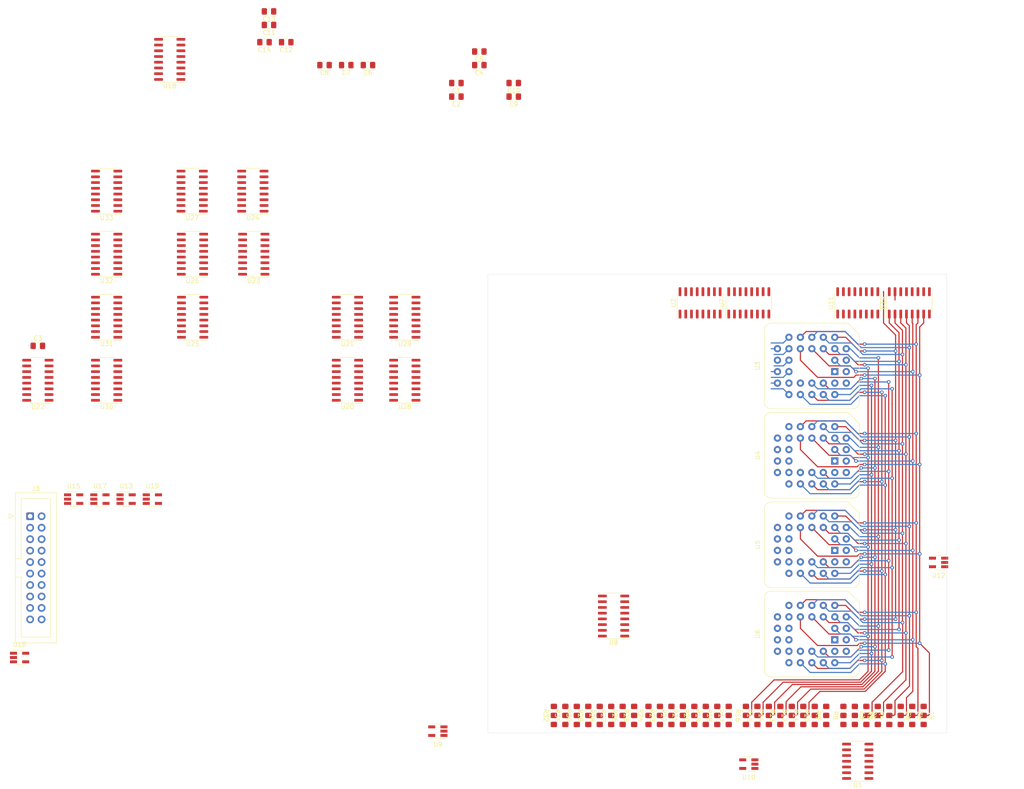
<source format=kicad_pcb>
(kicad_pcb (version 20211014) (generator pcbnew)
  (layers (0 "F.Cu" signal) (1 "In1.Cu" signal) (2 "In2.Cu" signal) (31 "B.Cu" signal) (34 "B.Paste" user) (35 "F.Paste" user) (36 "B.SilkS" user "B.Silkscreen") (37 "F.SilkS" user "F.Silkscreen") (38 "B.Mask" user) (39 "F.Mask" user) (44 "Edge.Cuts" user))
  (net 0 "")
  (net 1 "GND")
  (net 2 "VCC")
  (net 3 "/A15")
  (net 4 "/A14")
  (net 5 "/A13")
  (net 6 "/A12")
  (net 7 "/A11")
  (net 8 "/A10")
  (net 9 "/A9")
  (net 10 "/A8")
  (net 11 "/A7")
  (net 12 "/A6")
  (net 13 "/A5")
  (net 14 "/A4")
  (net 15 "/A3")
  (net 16 "/A2")
  (net 17 "/A1")
  (net 18 "/A0")
  (net 19 "/B31")
  (net 20 "/IN")
  (net 21 "/COMPR")
  (net 22 "/OP_LATCH")
  (net 23 "/BUS_CLK")
  (net 24 "/~{RESET}")
  (net 25 "/RINS0")
  (net 26 "/B24")
  (net 27 "/B25")
  (net 28 "/B26")
  (net 29 "/B27")
  (net 30 "/B28")
  (net 31 "/B29")
  (net 32 "/B30")
  (net 33 "/B23")
  (net 34 "Net-(U2-Pad9)")
  (net 35 "/B16")
  (net 36 "/B17")
  (net 37 "/B18")
  (net 38 "/B19")
  (net 39 "/B20")
  (net 40 "/B21")
  (net 41 "/B22")
  (net 42 "/~{OE}")
  (net 43 "/RINS2")
  (net 44 "/RINS4")
  (net 45 "/RBS0")
  (net 46 "/RBS2")
  (net 47 "/RBS4")
  (net 48 "/~{COMPR}")
  (net 49 "/RAS0")
  (net 50 "/RAS2")
  (net 51 "/OP_LATCH_LSB")
  (net 52 "/RAS4")
  (net 53 "/C0")
  (net 54 "/C1")
  (net 55 "/RINS1")
  (net 56 "/RINS3")
  (net 57 "/RBS1")
  (net 58 "/RBS3")
  (net 59 "/RAS1")
  (net 60 "/RAS3")
  (net 61 "Net-(U1-Pad12)")
  (net 66 "/CNT2")
  (net 67 "/COMPR_~{OE}")
  (net 68 "Net-(U11-Pad14)")
  (net 69 "/ALU_SA")
  (net 72 "/SYS")
  (net 74 "/B7")
  (net 75 "/B6")
  (net 76 "/B5")
  (net 77 "/B4")
  (net 78 "/B3")
  (net 79 "/B2")
  (net 80 "/B1")
  (net 81 "/B0")
  (net 82 "/B15")
  (net 83 "/B14")
  (net 84 "/B13")
  (net 85 "/B12")
  (net 86 "/B11")
  (net 87 "/B10")
  (net 88 "/B9")
  (net 89 "/B8")
  (net 90 "/ImmU")
  (net 91 "/ImmJ")
  (net 92 "/IMM_MUX0")
  (net 93 "/IMM_MUX1")
  (net 94 "/IMM_MUX2")
  (net 96 "/Imm")
  (net 97 "/ImmCSR")
  (net 98 "/ImmI")
  (net 99 "/ImmS")
  (net 100 "/ImmB")
  (net 101 "/IMM_S~{P}")
  (net 102 "/IMM_LATCH")
  (net 104 "Net-(U20-Pad9)")
  (net 106 "Net-(U23-Pad9)")
  (net 108 "Net-(U25-Pad9)")
  (net 113 "Net-(U11-Pad9)")
  (net 120 "Net-(U16-Pad4)")
  (net 127 "Net-(U26-Pad9)")
  (net 128 "Net-(U28-Pad9)")
  (net 129 "Net-(U30-Pad9)")
  (net 130 "Net-(U31-Pad9)")
  (net 131 "Net-(U32-Pad9)")
  (footprint "Capacitor_SMD:C_0805_2012Metric_Pad1.18x1.45mm_HandSolder" (layer "F.Cu") (at 29.21 62.23)
    (fp_text reference "C3")
    (fp_text value "100n")
  )
  (footprint "Capacitor_SMD:C_0805_2012Metric_Pad1.18x1.45mm_HandSolder" (layer "F.Cu") (at 127 0 180)
    (fp_text reference "C4")
    (fp_text value "100n")
  )
  (footprint "Capacitor_SMD:C_0805_2012Metric_Pad1.18x1.45mm_HandSolder" (layer "F.Cu") (at 127 -3.01 180)
    (fp_text reference "C5")
    (fp_text value "100n")
  )
  (footprint "Capacitor_SMD:C_0805_2012Metric_Pad1.18x1.45mm_HandSolder" (layer "F.Cu") (at 102.33 0 180)
    (fp_text reference "C6")
    (fp_text value "100n")
  )
  (footprint "Capacitor_SMD:C_0805_2012Metric_Pad1.18x1.45mm_HandSolder" (layer "F.Cu") (at 97.52 0 180)
    (fp_text reference "C7")
    (fp_text value "100n")
  )
  (footprint "Capacitor_SMD:C_0805_2012Metric_Pad1.18x1.45mm_HandSolder" (layer "F.Cu") (at 92.71 0 180)
    (fp_text reference "C8")
    (fp_text value "100n")
  )
  (footprint "Capacitor_SMD:C_0805_2012Metric_Pad1.18x1.45mm_HandSolder" (layer "F.Cu") (at 80.4125 -8.89 180)
    (fp_text reference "C11")
    (fp_text value "100n")
  )
  (footprint "Capacitor_SMD:C_0805_2012Metric_Pad1.18x1.45mm_HandSolder" (layer "F.Cu") (at 84.2225 -5.08 180)
    (fp_text reference "C12")
    (fp_text value "100n")
  )
  (footprint "Capacitor_SMD:C_0805_2012Metric_Pad1.18x1.45mm_HandSolder" (layer "F.Cu") (at 80.4125 -11.9 180)
    (fp_text reference "C13")
    (fp_text value "100n")
  )
  (footprint "Capacitor_SMD:C_0805_2012Metric_Pad1.18x1.45mm_HandSolder" (layer "F.Cu") (at 79.4125 -5.08 180)
    (fp_text reference "C14")
    (fp_text value "100n")
  )
  (footprint "Capacitor_SMD:C_0805_2012Metric_Pad1.18x1.45mm_HandSolder" (layer "F.Cu") (at 134.62 6.985 180)
    (fp_text reference "C9")
    (fp_text value "100n")
  )
  (footprint "Capacitor_SMD:C_0805_2012Metric_Pad1.18x1.45mm_HandSolder" (layer "F.Cu") (at 134.62 3.975 180)
    (fp_text reference "C10")
    (fp_text value "100n")
  )
  (footprint "Capacitor_SMD:C_0805_2012Metric_Pad1.18x1.45mm_HandSolder" (layer "F.Cu") (at 121.92 3.975 180)
    (fp_text reference "C1")
    (fp_text value "100n")
  )
  (footprint "Capacitor_SMD:C_0805_2012Metric_Pad1.18x1.45mm_HandSolder" (layer "F.Cu") (at 121.92 6.985 180)
    (fp_text reference "C2")
    (fp_text value "100n")
  )
  (footprint "Package_SO:SOIC-16_3.9x9.9mm_P1.27mm" (layer "F.Cu") (at 175.895 52.705 90)
    (fp_text reference "U2")
    (fp_text value "74HC595")
  )
  (footprint "Package_SO:SOIC-16_3.9x9.9mm_P1.27mm" (layer "F.Cu") (at 186.69 52.705 90)
    (fp_text reference "U7")
    (fp_text value "74HC595")
  )
  (footprint "Package_SO:SOIC-16_3.9x9.9mm_P1.27mm" (layer "F.Cu") (at 210.82 52.705 90)
    (fp_text reference "U11")
    (fp_text value "74HC595")
  )
  (footprint "Package_SO:SOIC-16_3.9x9.9mm_P1.27mm" (layer "F.Cu") (at 222.25 52.705 90)
    (fp_text reference "U14")
    (fp_text value "74HC595")
  )
  (footprint "Package_TO_SOT_SMD:SOT-23-5_HandSoldering" (layer "F.Cu") (at 186.69 154.94 180)
    (fp_text reference "U10")
    (fp_text value "74LVC1G00")
  )
  (footprint "Package_TO_SOT_SMD:SOT-23-5_HandSoldering" (layer "F.Cu") (at 228.727 110.236 180)
    (fp_text reference "U12")
    (fp_text value "74LVC1G08")
  )
  (footprint "Package_SO:SOIC-16_3.9x9.9mm_P1.27mm" (layer "F.Cu") (at 156.73 122.11 180)
    (fp_text reference "U8")
    (fp_text value "74HC595")
  )
  (footprint "Package_SO:SOIC-14_3.9x8.7mm_P1.27mm" (layer "F.Cu") (at 210.82 154.305 180)
    (fp_text reference "U1")
    (fp_text value "74HC74")
  )
  (footprint "Package_TO_SOT_SMD:SOT-23-5_HandSoldering" (layer "F.Cu") (at 117.81 147.63 180)
    (fp_text reference "U9")
    (fp_text value "74LVC1G00")
  )
  (footprint "Package_SO:SOIC-16_3.9x9.9mm_P1.27mm" (layer "F.Cu") (at 58.42 -1.27 180)
    (fp_text reference "U18")
    (fp_text value "74HC251")
  )
  (footprint "Package_SO:SOIC-16_3.9x9.9mm_P1.27mm" (layer "F.Cu") (at 29.21 69.85 180)
    (fp_text reference "U22")
    (fp_text value "74HC597")
  )
  (footprint "Package_SO:SOIC-16_3.9x9.9mm_P1.27mm" (layer "F.Cu") (at 77.035 41.91 180)
    (fp_text reference "U23")
    (fp_text value "74HC597")
  )
  (footprint "Package_SO:SOIC-16_3.9x9.9mm_P1.27mm" (layer "F.Cu") (at 76.835 27.94 180)
    (fp_text reference "U24")
    (fp_text value "74HC597")
  )
  (footprint "Package_SO:SOIC-16_3.9x9.9mm_P1.27mm" (layer "F.Cu") (at 63.5 55.88 180)
    (fp_text reference "U25")
    (fp_text value "74HC597")
  )
  (footprint "Package_SO:SOIC-16_3.9x9.9mm_P1.27mm" (layer "F.Cu") (at 63.46 41.91 180)
    (fp_text reference "U26")
    (fp_text value "74HC597")
  )
  (footprint "Package_SO:SOIC-16_3.9x9.9mm_P1.27mm" (layer "F.Cu") (at 44.45 69.85 180)
    (fp_text reference "U30")
    (fp_text value "74HC597")
  )
  (footprint "Package_SO:SOIC-16_3.9x9.9mm_P1.27mm" (layer "F.Cu") (at 44.45 55.88 180)
    (fp_text reference "U31")
    (fp_text value "74HC597")
  )
  (footprint "Package_SO:SOIC-16_3.9x9.9mm_P1.27mm" (layer "F.Cu") (at 44.45 41.91 180)
    (fp_text reference "U32")
    (fp_text value "74HC597")
  )
  (footprint "Package_SO:SOIC-16_3.9x9.9mm_P1.27mm" (layer "F.Cu") (at 44.45 27.94 180)
    (fp_text reference "U33")
    (fp_text value "74HC597")
  )
  (footprint "Package_SO:SOIC-16_3.9x9.9mm_P1.27mm" (layer "F.Cu") (at 110.49 55.88 180)
    (fp_text reference "U29")
    (fp_text value "74HC597")
  )
  (footprint "Package_SO:SOIC-16_3.9x9.9mm_P1.27mm" (layer "F.Cu") (at 97.79 69.85 180)
    (fp_text reference "U20")
    (fp_text value "74HC597")
  )
  (footprint "Package_SO:SOIC-16_3.9x9.9mm_P1.27mm" (layer "F.Cu") (at 97.79 55.88 180)
    (fp_text reference "U21")
    (fp_text value "74HC597")
  )
  (footprint "Package_SO:SOIC-16_3.9x9.9mm_P1.27mm" (layer "F.Cu") (at 63.395 27.94 180)
    (fp_text reference "U27")
    (fp_text value "74HC597")
  )
  (footprint "Package_SO:SOIC-16_3.9x9.9mm_P1.27mm" (layer "F.Cu") (at 110.49 69.85 180)
    (fp_text reference "U28")
    (fp_text value "74HC597")
  )
  (footprint "riscv-serial:Jumper_3_R_0805" (layer "F.Cu") (at 191.135 144.145 -90)
    (fp_text reference "R14")
    (fp_text value "10k")
  )
  (footprint "riscv-serial:Jumper_3_R_0805" (layer "F.Cu") (at 201.295001 144.145 -90)
    (fp_text reference "R10")
    (fp_text value "10k")
  )
  (footprint "riscv-serial:Jumper_3_R_0805" (layer "F.Cu") (at 146.05 144.145 -90)
    (fp_text reference "R31")
    (fp_text value "10k")
  )
  (footprint "riscv-serial:Jumper_3_R_0805" (layer "F.Cu") (at 161.29 144.145 -90)
    (fp_text reference "R25")
    (fp_text value "10k")
  )
  (footprint "Package_TO_SOT_SMD:SOT-23-5_HandSoldering" (layer "F.Cu") (at 48.765 96.2)
    (fp_text reference "U13")
    (fp_text value "74LVC1G32")
  )
  (footprint "riscv-serial:Jumper_3_R_0805" (layer "F.Cu") (at 215.264998 144.145 -90)
    (fp_text reference "R5")
    (fp_text value "10k")
  )
  (footprint "Package_TO_SOT_SMD:SOT-23-5_HandSoldering" (layer "F.Cu") (at 25.165 131.31)
    (fp_text reference "U16")
    (fp_text value "74LVC1G32")
  )
  (footprint "riscv-serial:Jumper_3_R_0805" (layer "F.Cu") (at 196.215 144.145 -90)
    (fp_text reference "R12")
    (fp_text value "10k")
  )
  (footprint "riscv-serial:Jumper_3_R_0805" (layer "F.Cu") (at 222.884997 144.145 90)
    (fp_text reference "R2")
    (fp_text value "10k")
  )
  (footprint "riscv-serial:Jumper_3_R_0805" (layer "F.Cu") (at 164.464999 144.145 -90)
    (fp_text reference "R24")
    (fp_text value "10k")
  )
  (footprint "riscv-serial:Jumper_3_R_0805" (layer "F.Cu") (at 210.184997 144.145 90)
    (fp_text reference "R7")
    (fp_text value "10k")
  )
  (footprint "riscv-serial:Jumper_3_R_0805" (layer "F.Cu") (at 148.59 144.145 -90)
    (fp_text reference "R30")
    (fp_text value "10k")
  )
  (footprint "riscv-serial:Jumper_3_R_0805" (layer "F.Cu") (at 156.21 144.145 -90)
    (fp_text reference "R27")
    (fp_text value "10k")
  )
  (footprint "riscv-serial:Jumper_3_R_0805" (layer "F.Cu") (at 151.13 144.145 -90)
    (fp_text reference "R29")
    (fp_text value "10k")
  )
  (footprint "riscv-serial:Jumper_3_R_0805" (layer "F.Cu") (at 188.594999 144.145 -90)
    (fp_text reference "R15")
    (fp_text value "10k")
  )
  (footprint "riscv-serial:Jumper_3_R_0805" (layer "F.Cu") (at 172.085 144.145 -90)
    (fp_text reference "R21")
    (fp_text value "10k")
  )
  (footprint "Package_TO_SOT_SMD:SOT-23-5_HandSoldering" (layer "F.Cu") (at 54.575 96.2)
    (fp_text reference "U19")
    (fp_text value "74LVC1G32")
  )
  (footprint "riscv-serial:Jumper_3_R_0805" (layer "F.Cu") (at 193.675 144.145 -90)
    (fp_text reference "R13")
    (fp_text value "10k")
  )
  (footprint "riscv-serial:Jumper_3_R_0805" (layer "F.Cu") (at 207.644998 144.145 -90)
    (fp_text reference "R8")
    (fp_text value "10k")
  )
  (footprint "riscv-serial:Jumper_3_R_0805" (layer "F.Cu") (at 198.755 144.145 -90)
    (fp_text reference "R11")
    (fp_text value "10k")
  )
  (footprint "riscv-serial:Jumper_3_R_0805" (layer "F.Cu") (at 182.245 144.145 -90)
    (fp_text reference "R17")
    (fp_text value "10k")
  )
  (footprint "riscv-serial:Jumper_3_R_0805" (layer "F.Cu") (at 225.425 144.145 90)
    (fp_text reference "R1")
    (fp_text value "10k")
  )
  (footprint "riscv-serial:Jumper_3_R_0805" (layer "F.Cu") (at 174.625 144.145 -90)
    (fp_text reference "R20")
    (fp_text value "10k")
  )
  (footprint "riscv-serial:Jumper_3_R_0805" (layer "F.Cu") (at 143.510001 144.145 -90)
    (fp_text reference "R32")
    (fp_text value "10k")
  )
  (footprint "riscv-serial:Jumper_3_R_0805" (layer "F.Cu") (at 169.545 144.145 -90)
    (fp_text reference "R22")
    (fp_text value "10k")
  )
  (footprint "riscv-serial:Jumper_3_R_0805" (layer "F.Cu") (at 186.055 144.145 -90)
    (fp_text reference "R16")
    (fp_text value "10k")
  )
  (footprint "Package_TO_SOT_SMD:SOT-23-5_HandSoldering" (layer "F.Cu") (at 42.955 96.2)
    (fp_text reference "U17")
    (fp_text value "74LVC1G08")
  )
  (footprint "Package_TO_SOT_SMD:SOT-23-5_HandSoldering" (layer "F.Cu") (at 37.145 96.2)
    (fp_text reference "U15")
    (fp_text value "74LVC1G32")
  )
  (footprint "riscv-serial:Jumper_3_R_0805" (layer "F.Cu") (at 212.724997 144.145 90)
    (fp_text reference "R6")
    (fp_text value "10k")
  )
  (footprint "riscv-serial:Jumper_3_R_0805" (layer "F.Cu") (at 167.005 144.145 -90)
    (fp_text reference "R23")
    (fp_text value "10k")
  )
  (footprint "riscv-serial:PLCC-32-socket-2M-8432-11B1-RK-TP" (layer "F.Cu") (at 200.66 106.299 -90)
    (fp_text reference "U5")
    (fp_text value "SST39SF040")
  )
  (footprint "riscv-serial:PLCC-32-socket-2M-8432-11B1-RK-TP" (layer "F.Cu") (at 200.66 66.675 -90)
    (fp_text reference "U3")
    (fp_text value "SST39SF040")
  )
  (footprint "Connector_IDC:IDC-Header_2x10_P2.54mm_Vertical" (layer "F.Cu") (at 27.5 100)
    (fp_text reference "J3")
    (fp_text value "Conn_01x20")
  )
  (footprint "riscv-serial:PLCC-32-socket-2M-8432-11B1-RK-TP" (layer "F.Cu") (at 200.66 126.111 -90)
    (fp_text reference "U6")
    (fp_text value "SST39SF040")
  )
  (footprint "riscv-serial:Jumper_3_R_0805" (layer "F.Cu") (at 220.344997 144.145 90)
    (fp_text reference "R3")
    (fp_text value "10k")
  )
  (footprint "riscv-serial:Jumper_3_R_0805" (layer "F.Cu") (at 203.835 144.145 -90)
    (fp_text reference "R9")
    (fp_text value "10k")
  )
  (footprint "riscv-serial:Jumper_3_R_0805" (layer "F.Cu") (at 177.165001 144.145 -90)
    (fp_text reference "R19")
    (fp_text value "10k")
  )
  (footprint "riscv-serial:PLCC-32-socket-2M-8432-11B1-RK-TP" (layer "F.Cu") (at 200.66 86.487 -90)
    (fp_text reference "U4")
    (fp_text value "SST39SF040")
  )
  (footprint "riscv-serial:Jumper_3_R_0805" (layer "F.Cu") (at 153.670001 144.145 -90)
    (fp_text reference "R28")
    (fp_text value "10k")
  )
  (footprint "riscv-serial:Jumper_3_R_0805" (layer "F.Cu") (at 179.705 144.145 -90)
    (fp_text reference "R18")
    (fp_text value "10k")
  )
  (footprint "riscv-serial:Jumper_3_R_0805" (layer "F.Cu") (at 158.75 144.145 -90)
    (fp_text reference "R26")
    (fp_text value "10k")
  )
  (footprint "riscv-serial:Jumper_3_R_0805" (layer "F.Cu") (at 217.804998 144.145 -90)
    (fp_text reference "R4")
    (fp_text value "10k")
  )
  (gr_line (start 128.905 46.355) (end 230.505 46.355) (layer "Edge.Cuts") (width 0.05))
  (gr_line (start 230.505 147.955) (end 128.905 147.955) (layer "Edge.Cuts") (width 0.05))
  (gr_line (start 128.905 147.955) (end 128.905 46.355) (layer "Edge.Cuts") (width 0.05))
  (gr_line (start 230.505 46.355) (end 230.505 147.955) (layer "Edge.Cuts") (width 0.05))
  (segment (start 213.106 134.366) (end 211.201 136.271) (width 0.25) (layer "F.Cu") (net 3))
  (segment (start 213.106 86.995) (end 213.106 106.807) (width 0.25) (layer "F.Cu") (net 3))
  (segment (start 211.201 136.271) (end 192.278 136.271) (width 0.25) (layer "F.Cu") (net 3))
  (segment (start 213.106 67.183) (end 213.106 86.995) (width 0.25) (layer "F.Cu") (net 3))
  (segment (start 187.325 141.224) (end 187.325 143.891) (width 0.25) (layer "F.Cu") (net 3))
  (segment (start 192.278 136.271) (end 187.325 141.224) (width 0.25) (layer "F.Cu") (net 3))
  (segment (start 213.106 126.619) (end 213.106 134.366) (width 0.25) (layer "F.Cu") (net 3))
  (segment (start 213.106 106.807) (end 213.106 126.619) (width 0.25) (layer "F.Cu") (net 3))
  (segment (start 187.071 144.145) (end 186.055 144.145) (width 0.25) (layer "F.Cu") (net 3))
  (segment (start 187.325 143.891) (end 187.071 144.145) (width 0.25) (layer "F.Cu") (net 3))
  (via (at 213.106 67.183) (size 0.8) (drill 0.4) (layers "F.Cu" "B.Cu") (net 3))
  (via (at 213.106 86.995) (size 0.8) (drill 0.4) (layers "F.Cu" "B.Cu") (net 3))
  (via (at 213.106 126.619) (size 0.8) (drill 0.4) (layers "F.Cu" "B.Cu") (net 3))
  (via (at 213.106 106.807) (size 0.8) (drill 0.4) (layers "F.Cu" "B.Cu") (net 3))
  (segment (start 205.74 124.841) (end 207.01 126.111) (width 0.25) (layer "B.Cu") (net 3))
  (segment (start 209.677 126.619) (end 213.106 126.619) (width 0.25) (layer "B.Cu") (net 3))
  (segment (start 209.169 66.675) (end 209.677 67.183) (width 0.25) (layer "B.Cu") (net 3))
  (segment (start 205.74 105.029) (end 207.01 106.299) (width 0.25) (layer "B.Cu") (net 3))
  (segment (start 207.01 86.487) (end 209.169 86.487) (width 0.25) (layer "B.Cu") (net 3))
  (segment (start 209.677 86.995) (end 213.106 86.995) (width 0.25) (layer "B.Cu") (net 3))
  (segment (start 209.677 67.183) (end 212.344 67.183) (width 0.25) (layer "B.Cu") (net 3))
  (segment (start 209.169 126.111) (end 209.677 126.619) (width 0.25) (layer "B.Cu") (net 3))
  (segment (start 205.74 85.217) (end 207.01 86.487) (width 0.25) (layer "B.Cu") (net 3))
  (segment (start 209.169 106.299) (end 209.677 106.807) (width 0.25) (layer "B.Cu") (net 3))
  (segment (start 209.677 106.807) (end 213.106 106.807) (width 0.25) (layer "B.Cu") (net 3))
  (segment (start 212.344 67.183) (end 213.106 67.183) (width 0.25) (layer "B.Cu") (net 3))
  (segment (start 207.01 126.111) (end 209.169 126.111) (width 0.25) (layer "B.Cu") (net 3))
  (segment (start 205.74 65.405) (end 207.01 66.675) (width 0.25) (layer "B.Cu") (net 3))
  (segment (start 209.169 86.487) (end 209.677 86.995) (width 0.25) (layer "B.Cu") (net 3))
  (segment (start 207.01 106.299) (end 209.169 106.299) (width 0.25) (layer "B.Cu") (net 3))
  (segment (start 207.01 66.675) (end 209.169 66.675) (width 0.25) (layer "B.Cu") (net 3))
  (segment (start 189.865 143.891) (end 189.611 144.145) (width 0.25) (layer "F.Cu") (net 4))
  (segment (start 213.868 70.993) (end 213.868 90.805) (width 0.25) (layer "F.Cu") (net 4))
  (segment (start 189.865 141.224) (end 189.865 143.891) (width 0.25) (layer "F.Cu") (net 4))
  (segment (start 211.455 136.779) (end 194.31 136.779) (width 0.25) (layer "F.Cu") (net 4))
  (segment (start 213.868 130.429) (end 213.868 134.366) (width 0.25) (layer "F.Cu") (net 4))
  (segment (start 189.611 144.145) (end 188.594999 144.145) (width 0.25) (layer "F.Cu") (net 4))
  (segment (start 213.868 90.805) (end 213.868 110.617) (width 0.25) (layer "F.Cu") (net 4))
  (segment (start 194.31 136.779) (end 189.865 141.224) (width 0.25) (layer "F.Cu") (net 4))
  (segment (start 213.868 110.617) (end 213.868 130.429) (width 0.25) (layer "F.Cu") (net 4))
  (segment (start 213.868 134.366) (end 211.455 136.779) (width 0.25) (layer "F.Cu") (net 4))
  (via (at 213.868 110.617) (size 0.8) (drill 0.4) (layers "F.Cu" "B.Cu") (net 4))
  (via (at 213.868 90.805) (size 0.8) (drill 0.4) (layers "F.Cu" "B.Cu") (net 4))
  (via (at 213.868 130.429) (size 0.8) (drill 0.4) (layers "F.Cu" "B.Cu") (net 4))
  (via (at 213.868 70.993) (size 0.8) (drill 0.4) (layers "F.Cu" "B.Cu") (net 4))
  (segment (start 205.74 112.649) (end 209.169 112.649) (width 0.25) (layer "B.Cu") (net 4))
  (segment (start 205.74 132.461) (end 209.169 132.461) (width 0.25) (layer "B.Cu") (net 4))
  (segment (start 211.201 90.805) (end 213.868 90.805) (width 0.25) (layer "B.Cu") (net 4))
  (segment (start 205.74 92.837) (end 209.169 92.837) (width 0.25) (layer "B.Cu") (net 4))
  (segment (start 209.169 73.025) (end 211.201 70.993) (width 0.25) (layer "B.Cu") (net 4))
  (segment (start 211.201 130.429) (end 213.868 130.429) (width 0.25) (layer "B.Cu") (net 4))
  (segment (start 205.74 73.025) (end 209.169 73.025) (width 0.25) (layer "B.Cu") (net 4))
  (segment (start 209.169 132.461) (end 211.201 130.429) (width 0.25) (layer "B.Cu") (net 4))
  (segment (start 211.201 70.993) (end 212.344 70.993) (width 0.25) (layer "B.Cu") (net 4))
  (segment (start 211.201 110.617) (end 213.868 110.617) (width 0.25) (layer "B.Cu") (net 4))
  (segment (start 209.169 112.649) (end 211.201 110.617) (width 0.25) (layer "B.Cu") (net 4))
  (segment (start 212.344 70.993) (end 213.868 70.993) (width 0.25) (layer "B.Cu") (net 4))
  (segment (start 209.169 92.837) (end 211.201 90.805) (width 0.25) (layer "B.Cu") (net 4))
  (segment (start 203.2 70.485) (end 204.47 71.755) (width 0.25) (layer "F.Cu") (net 5))
  (segment (start 192.405 141.224) (end 192.405 143.891) (width 0.25) (layer "F.Cu") (net 5))
  (segment (start 209.296 111.379) (end 211.582 109.093) (width 0.25) (layer "F.Cu") (net 5))
  (segment (start 214.63 134.366) (end 211.709 137.287) (width 0.25) (layer "F.Cu") (net 5))
  (segment (start 209.296 131.191) (end 211.582 128.905) (width 0.25) (layer "F.Cu") (net 5))
  (segment (start 209.296 71.755) (end 211.582 69.469) (width 0.25) (layer "F.Cu") (net 5))
  (segment (start 211.709 137.287) (end 196.342 137.287) (width 0.25) (layer "F.Cu") (net 5))
  (segment (start 214.63 109.093) (end 214.63 89.281) (width 0.25) (layer "F.Cu") (net 5))
  (segment (start 192.405 143.891) (end 192.151 144.145) (width 0.25) (layer "F.Cu") (net 5))
  (segment (start 214.63 128.905) (end 214.63 109.093) (width 0.25) (layer "F.Cu") (net 5))
  (segment (start 196.342 137.287) (end 192.405 141.224) (width 0.25) (layer "F.Cu") (net 5))
  (segment (start 204.47 131.191) (end 209.296 131.191) (width 0.25) (layer "F.Cu") (net 5))
  (segment (start 214.63 128.905) (end 214.63 134.366) (width 0.25) (layer "F.Cu") (net 5))
  (segment (start 203.2 110.109) (end 204.47 111.379) (width 0.25) (layer "F.Cu") (net 5))
  (segment (start 203.2 90.297) (end 204.47 91.567) (width 0.25) (layer "F.Cu") (net 5))
  (segment (start 209.296 91.567) (end 211.582 89.281) (width 0.25) (layer "F.Cu") (net 5))
  (segment (start 192.151 144.145) (end 191.135 144.145) (width 0.25) (layer "F.Cu") (net 5))
  (segment (start 214.63 89.281) (end 214.63 69.469) (width 0.25) (layer "F.Cu") (net 5))
  (segment (start 204.47 111.379) (end 209.296 111.379) (width 0.25) (layer "F.Cu") (net 5))
  (segment (start 204.47 91.567) (end 209.296 91.567) (width 0.25) (layer "F.Cu") (net 5))
  (segment (start 204.47 71.755) (end 209.296 71.755) (width 0.25) (layer "F.Cu") (net 5))
  (segment (start 203.2 129.921) (end 204.47 131.191) (width 0.25) (layer "F.Cu") (net 5))
  (via (at 214.63 128.905) (size 0.8) (drill 0.4) (layers "F.Cu" "B.Cu") (net 5))
  (via (at 214.63 89.281) (size 0.8) (drill 0.4) (layers "F.Cu" "B.Cu") (net 5))
  (via (at 211.582 128.905) (size 0.8) (drill 0.4) (layers "F.Cu" "B.Cu") (net 5))
  (via (at 211.582 109.093) (size 0.8) (drill 0.4) (layers "F.Cu" "B.Cu") (net 5))
  (via (at 211.582 89.281) (size 0.8) (drill 0.4) (layers "F.Cu" "B.Cu") (net 5))
  (via (at 214.63 109.093) (size 0.8) (drill 0.4) (layers "F.Cu" "B.Cu") (net 5))
  (via (at 211.582 69.469) (size 0.8) (drill 0.4) (layers "F.Cu" "B.Cu") (net 5))
  (via (at 214.63 69.469) (size 0.8) (drill 0.4) (layers "F.Cu" "B.Cu") (net 5))
  (segment (start 211.582 109.093) (end 214.63 109.093) (width 0.25) (layer "B.Cu") (net 5))
  (segment (start 214.63 69.469) (end 211.582 69.469) (width 0.25) (layer "B.Cu") (net 5))
  (segment (start 211.582 89.281) (end 214.63 89.281) (width 0.25) (layer "B.Cu") (net 5))
  (segment (start 211.582 128.905) (end 214.63 128.905) (width 0.25) (layer "B.Cu") (net 5))
  (segment (start 194.945 141.097) (end 194.945 143.891) (width 0.25) (layer "F.Cu") (net 6))
  (segment (start 198.247 137.795) (end 194.945 141.097) (width 0.25) (layer "F.Cu") (net 6))
  (segment (start 194.945 143.891) (end 194.691 144.145) (width 0.25) (layer "F.Cu") (net 6))
  (segment (start 215.392 124.333) (end 215.392 134.366) (width 0.25) (layer "F.Cu") (net 6))
  (segment (start 215.392 134.366) (end 211.963 137.795) (width 0.25) (layer "F.Cu") (net 6))
  (segment (start 215.392 64.897) (end 215.392 104.521) (width 0.25) (layer "F.Cu") (net 6))
  (segment (start 194.691 144.145) (end 193.675 144.145) (width 0.25) (layer "F.Cu") (net 6))
  (segment (start 215.392 104.521) (end 215.392 124.333) (width 0.25) (layer "F.Cu") (net 6))
  (segment (start 211.963 137.795) (end 198.247 137.795) (width 0.25) (layer "F.Cu") (net 6))
  (via (at 215.392 104.521) (size 0.8) (drill 0.4) (layers "F.Cu" "B.Cu") (net 6))
  (via (at 215.392 124.333) (size 0.8) (drill 0.4) (layers "F.Cu" "B.Cu") (net 6))
  (via (at 215.392 84.709) (size 0.8) (drill 0.4) (layers "F.Cu" "B.Cu") (net 6))
  (via (at 215.392 64.897) (size 0.8) (drill 0.4) (layers "F.Cu" "B.Cu") (net 6))
  (segment (start 211.201 104.521) (end 215.392 104.521) (width 0.25) (layer "B.Cu") (net 6))
  (segment (start 209.169 102.489) (end 211.201 104.521) (width 0.25) (layer "B.Cu") (net 6))
  (segment (start 209.169 122.301) (end 208.28 122.301) (width 0.25) (layer "B.Cu") (net 6))
  (segment (start 215.392 124.333) (end 211.201 124.333) (width 0.25) (layer "B.Cu") (net 6))
  (segment (start 212.344 64.897) (end 215.392 64.897) (width 0.25) (layer "B.Cu") (net 6))
  (segment (start 208.28 62.865) (end 209.169 62.865) (width 0.25) (layer "B.Cu") (net 6))
  (segment (start 212.344 84.709) (end 215.392 84.709) (width 0.25) (layer "B.Cu") (net 6))
  (segment (start 211.201 84.709) (end 212.344 84.709) (width 0.25) (layer "B.Cu") (net 6))
  (segment (start 208.28 82.677) (end 209.169 82.677) (width 0.25) (layer "B.Cu") (net 6))
  (segment (start 209.169 82.677) (end 211.201 84.709) (width 0.25) (layer "B.Cu") (net 6))
  (segment (start 211.201 64.897) (end 212.344 64.897) (width 0.25) (layer "B.Cu") (net 6))
  (segment (start 208.28 102.489) (end 209.169 102.489) (width 0.25) (layer "B.Cu") (net 6))
  (segment (start 211.201 124.333) (end 209.169 122.301) (width 0.25) (layer "B.Cu") (net 6))
  (segment (start 209.169 62.865) (end 211.201 64.897) (width 0.25) (layer "B.Cu") (net 6))
  (segment (start 216.154 112.141) (end 216.154 92.329) (width 0.25) (layer "F.Cu") (net 7))
  (segment (start 216.154 131.953) (end 216.154 134.366) (width 0.25) (layer "F.Cu") (net 7))
  (segment (start 209.042 74.295) (end 210.82 72.517) (width 0.25) (layer "F.Cu") (net 7))
  (segment (start 216.154 92.329) (end 216.154 72.517) (width 0.25) (layer "F.Cu") (net 7))
  (segment (start 210.82 112.141) (end 212.344 112.141) (width 0.25) (layer "F.Cu") (net 7))
  (segment (start 216.154 134.366) (end 212.217 138.303) (width 0.25) (layer "F.Cu") (net 7))
  (segment (start 209.042 133.731) (end 210.82 131.953) (width 0.25) (layer "F.Cu") (net 7))
  (segment (start 200.66 132.461) (end 201.93 133.731) (width 0.25) (layer "F.Cu") (net 7))
  (segment (start 200.66 92.837) (end 201.93 94.107) (width 0.25) (layer "F.Cu") (net 7))
  (segment (start 200.66 112.649) (end 201.93 113.919) (width 0.25) (layer "F.Cu") (net 7))
  (segment (start 216.154 131.953) (end 216.154 112.141) (width 0.25) (layer "F.Cu") (net 7))
  (segment (start 200.66 73.025) (end 201.93 74.295) (width 0.25) (layer "F.Cu") (net 7))
  (segment (start 210.82 72.517) (end 212.344 72.517) (width 0.25) (layer "F.Cu") (net 7))
  (segment (start 201.93 94.107) (end 209.042 94.107) (width 0.25) (layer "F.Cu") (net 7))
  (segment (start 212.217 138.303) (end 200.406 138.303) (width 0.25) (layer "F.Cu") (net 7))
  (segment (start 201.93 74.295) (end 209.042 74.295) (width 0.25) (layer "F.Cu") (net 7))
  (segment (start 209.042 113.919) (end 210.82 112.141) (width 0.25) (layer "F.Cu") (net 7))
  (segment (start 197.485 143.891) (end 197.231 144.145) (width 0.25) (layer "F.Cu") (net 7))
  (segment (start 210.82 131.953) (end 212.344 131.953) (width 0.25) (layer "F.Cu") (net 7))
  (segment (start 201.93 113.919) (end 209.042 113.919) (width 0.25) (layer "F.Cu") (net 7))
  (segment (start 197.485 141.224) (end 197.485 143.891) (width 0.25) (layer "F.Cu") (net 7))
  (segment (start 197.231 144.145) (end 196.215 144.145) (width 0.25) (layer "F.Cu") (net 7))
  (segment (start 210.82 92.329) (end 212.344 92.329) (width 0.25) (layer "F.Cu") (net 7))
  (segment (start 200.406 138.303) (end 197.485 141.224) (width 0.25) (layer "F.Cu") (net 7))
  (segment (start 209.042 94.107) (end 210.82 92.329) (width 0.25) (layer "F.Cu") (net 7))
  (segment (start 201.93 133.731) (end 209.042 133.731) (width 0.25) (layer "F.Cu") (net 7))
  (via (at 212.344 72.517) (size 0.8) (drill 0.4) (layers "F.Cu" "B.Cu") (net 7))
  (via (at 212.344 92.329) (size 0.8) (drill 0.4) (layers "F.Cu" "B.Cu") (net 7))
  (via (at 216.154 92.329) (size 0.8) (drill 0.4) (layers "F.Cu" "B.Cu") (net 7))
  (via (at 216.154 112.141) (size 0.8) (drill 0.4) (layers "F.Cu" "B.Cu") (net 7))
  (via (at 212.344 112.141) (size 0.8) (drill 0.4) (layers "F.Cu" "B.Cu") (net 7))
  (via (at 216.154 131.953) (size 0.8) (drill 0.4) (layers "F.Cu" "B.Cu") (net 7))
  (via (at 212.344 131.953) (size 0.8) (drill 0.4) (layers "F.Cu" "B.Cu") (net 7))
  (via (at 216.154 72.517) (size 0.8) (drill 0.4) (layers "F.Cu" "B.Cu") (net 7))
  (segment (start 212.344 131.953) (end 216.154 131.953) (width 0.25) (layer "B.Cu") (net 7))
  (segment (start 212.344 92.329) (end 216.154 92.329) (width 0.25) (layer "B.Cu") (net 7))
  (segment (start 212.344 112.141) (end 216.154 112.141) (width 0.25) (layer "B.Cu") (net 7))
  (segment (start 216.154 72.517) (end 212.344 72.517) (width 0.25) (layer "B.Cu") (net 7))
  (segment (start 199.771 144.145) (end 198.755 144.145) (width 0.25) (layer "F.Cu") (net 8))
  (segment (start 216.916 132.715) (end 216.916 134.366) (width 0.25) (layer "F.Cu") (net 8))
  (segment (start 200.025 141.224) (end 200.025 143.891) (width 0.25) (layer "F.Cu") (net 8))
  (segment (start 216.916 112.903) (end 216.916 132.715) (width 0.25) (layer "F.Cu") (net 8))
  (segment (start 200.025 143.891) (end 199.771 144.145) (width 0.25) (layer "F.Cu") (net 8))
  (segment (start 212.471 138.811) (end 202.438 138.811) (width 0.25) (layer "F.Cu") (net 8))
  (segment (start 216.916 134.366) (end 212.471 138.811) (width 0.25) (layer "F.Cu") (net 8))
  (segment (start 202.438 138.811) (end 200.025 141.224) (width 0.25) (layer "F.Cu") (net 8))
  (segment (start 216.916 93.091) (end 216.916 112.903) (width 0.25) (layer "F.Cu") (net 8))
  (segment (start 216.916 73.279) (end 216.916 93.091) (width 0.25) (layer "F.Cu") (net 8))
  (via (at 216.916 73.279) (size 0.8) (drill 0.4) (layers "F.Cu" "B.Cu") (net 8))
  (via (at 216.916 132.715) (size 0.8) (drill 0.4) (layers "F.Cu" "B.Cu") (net 8))
  (via (at 216.916 112.903) (size 0.8) (drill 0.4) (layers "F.Cu" "B.Cu") (net 8))
  (via (at 216.916 93.091) (size 0.8) (drill 0.4) (layers "F.Cu" "B.Cu") (net 8))
  (segment (start 209.296 94.996) (end 211.201 93.091) (width 0.25) (layer "B.Cu") (net 8))
  (segment (start 216.916 132.715) (end 211.201 132.715) (width 0.25) (layer "B.Cu") (net 8))
  (segment (start 211.201 73.279) (end 212.344 73.279) (width 0.25) (layer "B.Cu") (net 8))
  (segment (start 209.296 75.184) (end 211.201 73.279) (width 0.25) (layer "B.Cu") (net 8))
  (segment (start 211.201 112.903) (end 216.916 112.903) (width 0.25) (layer "B.Cu") (net 8))
  (segment (start 209.296 114.808) (end 211.201 112.903) (width 0.25) (layer "B.Cu") (net 8))
  (segment (start 211.201 93.091) (end 216.916 93.091) (width 0.25) (layer "B.Cu") (net 8))
  (segment (start 198.12 73.025) (end 200.279 75.184) (width 0.25) (layer "B.Cu") (net 8))
  (segment (start 209.296 134.62) (end 200.279 134.62) (width 0.25) (layer "B.Cu") (net 8))
  (segment (start 198.12 112.649) (end 200.279 114.808) (width 0.25) (layer "B.Cu") (net 8))
  (segment (start 200.279 134.62) (end 198.12 132.461) (width 0.25) (layer "B.Cu") (net 8))
  (segment (start 200.279 114.808) (end 209.296 114.808) (width 0.25) (layer "B.Cu") (net 8))
  (segment (start 198.12 92.837) (end 200.279 94.996) (width 0.25) (layer "B.Cu") (net 8))
  (segment (start 212.344 73.279) (end 216.916 73.279) (width 0.25) (layer "B.Cu") (net 8))
  (segment (start 200.279 75.184) (end 209.296 75.184) (width 0.25) (layer "B.Cu") (net 8))
  (segment (start 200.279 94.996) (end 209.296 94.996) (width 0.25) (layer "B.Cu") (net 8))
  (segment (start 211.201 132.715) (end 209.296 134.62) (width 0.25) (layer "B.Cu") (net 8))
  (segment (start 217.678 90.043) (end 217.678 70.231) (width 0.25) (layer "F.Cu") (net 9))
  (segment (start 217.678 129.667) (end 217.678 109.855) (width 0.25) (layer "F.Cu") (net 9))
  (segment (start 217.678 109.855) (end 217.678 90.043) (width 0.25) (layer "F.Cu") (net 9))
  (via (at 217.678 90.043) (size 0.8) (drill 0.4) (layers "F.Cu" "B.Cu") (net 9))
  (via (at 217.678 70.231) (size 0.8) (drill 0.4) (layers "F.Cu" "B.Cu") (net 9))
  (via (at 217.678 129.667) (size 0.8) (drill 0.4) (layers "F.Cu" "B.Cu") (net 9))
  (via (at 217.678 109.855) (size 0.8) (drill 0.4) (layers "F.Cu" "B.Cu") (net 9))
  (segment (start 200.66 90.297) (end 201.93 91.567) (width 0.25) (layer "B.Cu") (net 9))
  (segment (start 209.296 91.567) (end 210.82 90.043) (width 0.25) (layer "B.Cu") (net 9))
  (segment (start 217.678 70.231) (end 210.82 70.231) (width 0.25) (layer "B.Cu") (net 9))
  (segment (start 201.93 131.191) (end 209.296 131.191) (width 0.25) (layer "B.Cu") (net 9))
  (segment (start 200.66 110.109) (end 201.93 111.379) (width 0.25) (layer "B.Cu") (net 9))
  (segment (start 210.82 90.043) (end 217.678 90.043) (width 0.25) (layer "B.Cu") (net 9))
  (segment (start 209.296 131.191) (end 210.82 129.667) (width 0.25) (layer "B.Cu") (net 9))
  (segment (start 209.296 111.379) (end 210.82 109.855) (width 0.25) (layer "B.Cu") (net 9))
  (segment (start 209.296 71.755) (end 201.93 71.755) (width 0.25) (layer "B.Cu") (net 9))
  (segment (start 212.344 129.667) (end 217.678 129.667) (width 0.25) (layer "B.Cu") (net 9))
  (segment (start 201.93 71.755) (end 200.66 70.485) (width 0.25) (layer "B.Cu") (net 9))
  (segment (start 210.82 70.231) (end 209.296 71.755) (width 0.25) (layer "B.Cu") (net 9))
  (segment (start 201.93 111.379) (end 209.296 111.379) (width 0.25) (layer "B.Cu") (net 9))
  (segment (start 201.93 91.567) (end 209.296 91.567) (width 0.25) (layer "B.Cu") (net 9))
  (segment (start 210.82 109.855) (end 217.678 109.855) (width 0.25) (layer "B.Cu") (net 9))
  (segment (start 210.82 129.667) (end 212.344 129.667) (width 0.25) (layer "B.Cu") (net 9))
  (segment (start 200.66 129.921) (end 201.93 131.191) (width 0.25) (layer "B.Cu") (net 9))
  (segment (start 218.44 71.755) (end 218.44 75.184) (width 0.25) (layer "F.Cu") (net 10))
  (segment (start 218.44 75.184) (end 218.44 91.567) (width 0.25) (layer "F.Cu") (net 10))
  (segment (start 218.44 111.379) (end 218.44 131.191) (width 0.25) (layer "F.Cu") (net 10))
  (segment (start 218.44 91.567) (end 218.44 111.379) (width 0.25) (layer "F.Cu") (net 10))
  (via (at 218.44 131.191) (size 0.8) (drill 0.4) (layers "F.Cu" "B.Cu") (net 10))
  (via (at 218.44 91.567) (size 0.8) (drill 0.4) (layers "F.Cu" "B.Cu") (net 10))
  (via (at 218.44 111.379) (size 0.8) (drill 0.4) (layers "F.Cu" "B.Cu") (net 10))
  (via (at 218.44 71.755) (size 0.8) (drill 0.4) (layers "F.Cu" "B.Cu") (net 10))
  (segment (start 211.582 111.379) (end 218.44 111.379) (width 0.25) (layer "B.Cu") (net 10))
  (segment (start 204.47 94.107) (end 209.042 94.107) (width 0.25) (layer "B.Cu") (net 10))
  (segment (start 203.2 92.837) (end 204.47 94.107) (width 0.25) (layer "B.Cu") (net 10))
  (segment (start 204.47 74.295) (end 209.042 74.295) (width 0.25) (layer "B.Cu") (net 10))
  (segment (start 204.47 133.731) (end 203.2 132.461) (width 0.25) (layer "B.Cu") (net 10))
  (segment (start 212.344 71.755) (end 218.44 71.755) (width 0.25) (layer "B.Cu") (net 10))
  (segment (start 209.042 113.919) (end 211.582 111.379) (width 0.25) (layer "B.Cu") (net 10))
  (segment (start 209.042 133.731) (end 204.47 133.731) (width 0.25) (layer "B.Cu") (net 10))
  (segment (start 211.582 131.191) (end 209.042 133.731) (width 0.25) (layer "B.Cu") (net 10))
  (segment (start 211.582 91.567) (end 218.44 91.567) (width 0.25) (layer "B.Cu") (net 10))
  (segment (start 203.2 73.025) (end 204.47 74.295) (width 0.25) (layer "B.Cu") (net 10))
  (segment (start 209.042 74.295) (end 211.582 71.755) (width 0.25) (layer "B.Cu") (net 10))
  (segment (start 211.582 71.755) (end 212.344 71.755) (width 0.25) (layer "B.Cu") (net 10))
  (segment (start 204.47 113.919) (end 209.042 113.919) (width 0.25) (layer "B.Cu") (net 10))
  (segment (start 209.042 94.107) (end 211.582 91.567) (width 0.25) (layer "B.Cu") (net 10))
  (segment (start 203.2 112.649) (end 204.47 113.919) (width 0.25) (layer "B.Cu") (net 10))
  (segment (start 218.44 131.191) (end 211.582 131.191) (width 0.25) (layer "B.Cu") (net 10))
  (segment (start 211.201 83.185) (end 212.344 83.185) (width 0.25) (layer "F.Cu") (net 11))
  (segment (start 219.202 83.185) (end 219.202 63.373) (width 0.25) (layer "F.Cu") (net 11))
  (segment (start 208.153 80.137) (end 211.201 83.185) (width 0.25) (layer "F.Cu") (net 11))
  (segment (start 211.201 63.373) (end 211.963 63.373) (width 0.25) (layer "F.Cu") (net 11))
  (segment (start 211.201 122.809) (end 212.344 122.809) (width 0.25) (layer "F.Cu") (net 11))
  (segment (start 216.535 57.15) (end 216.535 50.165) (width 0.25) (layer "F.Cu") (net 11))
  (segment (start 211.963 63.373) (end 212.344 63.373) (width 0.25) (layer "F.Cu") (net 11))
  (segment (start 205.74 99.949) (end 208.153 99.949) (width 0.25) (layer "F.Cu") (net 11))
  (segment (start 205.74 60.325) (end 208.153 60.325) (width 0.25) (layer "F.Cu") (net 11))
  (segment (start 219.202 122.809) (end 219.202 102.997) (width 0.25) (layer "F.Cu") (net 11))
  (segment (start 211.201 102.997) (end 212.344 102.997) (width 0.25) (layer "F.Cu") (net 11))
  (segment (start 208.153 99.949) (end 211.201 102.997) (width 0.25) (layer "F.Cu") (net 11))
  (segment (start 219.075 52.07) (end 219.075 50.23) (width 0.25) (layer "F.Cu") (net 11))
  (segment (start 208.153 60.325) (end 211.201 63.373) (width 0.25) (layer "F.Cu") (net 11))
  (segment (start 219.202 59.817) (end 216.535 57.15) (width 0.25) (layer "F.Cu") (net 11))
  (segment (start 208.153 119.761) (end 211.201 122.809) (width 0.25) (layer "F.Cu") (net 11))
  (segment (start 219.202 102.997) (end 219.202 83.185) (width 0.25) (layer "F.Cu") (net 11))
  (segment (start 205.74 119.761) (end 208.153 119.761) (width 0.25) (layer "F.Cu") (net 11))
  (segment (start 219.202 63.373) (end 219.202 59.817) (width 0.25) (layer "F.Cu") (net 11))
  (segment (start 205.74 80.137) (end 208.153 80.137) (width 0.25) (layer "F.Cu") (net 11))
  (via (at 212.344 102.997) (size 0.8) (drill 0.4) (layers "F.Cu" "B.Cu") (net 11))
  (via (at 212.344 122.809) (size 0.8) (drill 0.4) (layers "F.Cu" "B.Cu") (net 11))
  (via (at 212.344 63.373) (size 0.8) (drill 0.4) (layers "F.Cu" "B.Cu") (net 11))
  (via (at 219.202 122.809) (size 0.8) (drill 0.4) (layers "F.Cu" "B.Cu") (net 11))
  (via (at 212.344 83.185) (size 0.8) (drill 0.4) (layers "F.Cu" "B.Cu") (net 11))
  (via (at 219.202 83.185) (size 0.8) (drill 0.4) (layers "F.Cu" "B.Cu") (net 11))
  (via (at 219.202 63.373) (size 0.8) (drill 0.4) (layers "F.Cu" "B.Cu") (net 11))
  (via (at 219.202 102.997) (size 0.8) (drill 0.4) (layers "F.Cu" "B.Cu") (net 11))
  (segment (start 219.202 63.373) (end 212.344 63.373) (width 0.25) (layer "B.Cu") (net 11))
  (segment (start 212.344 122.809) (end 219.202 122.809) (width 0.25) (layer "B.Cu") (net 11))
  (segment (start 212.344 83.185) (end 219.202 83.185) (width 0.25) (layer "B.Cu") (net 11))
  (segment (start 212.344 102.997) (end 219.202 102.997) (width 0.25) (layer "B.Cu") (net 11))
  (segment (start 219.964 105.283) (end 219.964 125.095) (width 0.25) (layer "F.Cu") (net 12))
  (segment (start 219.964 65.659) (end 219.964 85.471) (width 0.25) (layer "F.Cu") (net 12))
  (segment (start 219.964 85.471) (end 219.964 105.283) (width 0.25) (layer "F.Cu") (net 12))
  (segment (start 217.805 57.15) (end 219.964 59.309) (width 0.25) (layer "F.Cu") (net 12))
  (segment (start 219.964 59.309) (end 219.964 65.659) (width 0.25) (layer "F.Cu") (net 12))
  (segment (start 217.805 55.18) (end 217.805 57.15) (width 0.25) (layer "F.Cu") (net 12))
  (via (at 219.964 105.283) (size 0.8) (drill 0.4) (layers "F.Cu" "B.Cu") (net 12))
  (via (at 219.964 125.095) (size 0.8) (drill 0.4) (layers "F.Cu" "B.Cu") (net 12))
  (via (at 219.964 85.471) (size 0.8) (drill 0.4) (layers "F.Cu" "B.Cu") (net 12))
  (via (at 219.964 65.659) (size 0.8) (drill 0.4) (layers "F.Cu" "B.Cu") (net 12))
  (segment (start 210.1243 125.095) (end 208.6003 123.571) (width 0.25) (layer "B.Cu") (net 12))
  (segment (start 205.74 102.489) (end 207.01 103.759) (width 0.25) (layer "B.Cu") (net 12))
  (segment (start 219.964 125.095) (end 210.1243 125.095) (width 0.25) (layer "B.Cu") (net 12))
  (segment (start 207.01 103.759) (end 208.6003 103.759) (width 0.25) (layer "B.Cu") (net 12))
  (segment (start 207.01 64.135) (end 208.6003 64.135) (width 0.25) (layer "B.Cu") (net 12))
  (segment (start 208.6003 83.947) (end 210.1243 85.471) (width 0.25) (layer "B.Cu") (net 12))
  (segment (start 210.1243 105.283) (end 219.964 105.283) (width 0.25) (layer "B.Cu") (net 12))
  (segment (start 205.74 62.865) (end 207.01 64.135) (width 0.25) (layer "B.Cu") (net 12))
  (segment (start 210.1243 85.471) (end 219.964 85.471) (width 0.25) (layer "B.Cu") (net 12))
  (segment (start 210.1243 65.659) (end 212.344 65.659) (width 0.25) (layer "B.Cu") (net 12))
  (segment (start 207.01 123.571) (end 205.74 122.301) (width 0.25) (layer "B.Cu") (net 12))
  (segment (start 208.6003 64.135) (end 210.1243 65.659) (width 0.25) (layer "B.Cu") (net 12))
  (segment (start 205.74 82.677) (end 207.01 83.947) (width 0.25) (layer "B.Cu") (net 12))
  (segment (start 208.6003 103.759) (end 210.1243 105.283) (width 0.25) (layer "B.Cu") (net 12))
  (segment (start 208.6003 123.571) (end 207.01 123.571) (width 0.25) (layer "B.Cu") (net 12))
  (segment (start 212.344 65.659) (end 219.964 65.659) (width 0.25) (layer "B.Cu") (net 12))
  (segment (start 207.01 83.947) (end 208.6003 83.947) (width 0.25) (layer "B.Cu") (net 12))
  (segment (start 219.075 57.15) (end 219.075 55.18) (width 0.25) (layer "F.Cu") (net 13))
  (segment (start 220.763489 134.455511) (end 213.995 141.224) (width 0.25) (layer "F.Cu") (net 13))
  (segment (start 220.726 58.801) (end 219.075 57.15) (width 0.25) (layer "F.Cu") (net 13))
  (segment (start 220.726 103.759) (end 220.726 83.947) (width 0.25) (layer "F.Cu") (net 13))
  (segment (start 213.995 141.224) (end 213.995 143.764) (width 0.25) (layer "F.Cu") (net 13))
  (segment (start 213.995 143.764) (end 213.614 144.145) (width 0.25) (layer "F.Cu") (net 13))
  (segment (start 220.726 123.571) (end 220.763489 123.608489) (width 0.25) (layer "F.Cu") (net 13))
  (segment (start 213.614 144.145) (end 212.724997 144.145) (width 0.25) (layer "F.Cu") (net 13))
  (segment (start 220.763489 123.608489) (end 220.763489 134.455511) (width 0.25) (layer "F.Cu") (net 13))
  (segment (start 220.726 123.571) (end 220.726 103.759) (width 0.25) (layer "F.Cu") (net 13))
  (segment (start 220.726 64.135) (end 220.726 58.801) (width 0.25) (layer "F.Cu") (net 13))
  (segment (start 220.726 83.947) (end 220.726 64.135) (width 0.25) (layer "F.Cu") (net 13))
  (via (at 220.726 83.947) (size 0.8) (drill 0.4) (layers "F.Cu" "B.Cu") (net 13))
  (via (at 220.726 123.571) (size 0.8) (drill 0.4) (layers "F.Cu" "B.Cu") (net 13))
  (via (at 220.726 103.759) (size 0.8) (drill 0.4) (layers "F.Cu" "B.Cu") (net 13))
  (via (at 220.726 64.135) (size 0.8) (drill 0.4) (layers "F.Cu" "B.Cu") (net 13))
  (segment (start 211.963 64.135) (end 209.423 61.595) (width 0.25) (layer "B.Cu") (net 13))
  (segment (start 209.423 81.407) (end 211.963 83.947) (width 0.25) (layer "B.Cu") (net 13))
  (segment (start 220.726 64.135) (end 211.963 64.135) (width 0.25) (layer "B.Cu") (net 13))
  (segment (start 204.47 101.219) (end 209.423 101.219) (width 0.25) (layer "B.Cu") (net 13))
  (segment (start 211.963 123.571) (end 212.344 123.571) (width 0.25) (layer "B.Cu") (net 13))
  (segment (start 203.2 99.949) (end 204.47 101.219) (width 0.25) (layer "B.Cu") (net 13))
  (segment (start 209.423 61.595) (end 204.47 61.595) (width 0.25) (layer "B.Cu") (net 13))
  (segment (start 209.423 101.219) (end 211.963 103.759) (width 0.25) (layer "B.Cu") (net 13))
  (segment (start 203.2 119.761) (end 204.47 121.031) (width 0.25) (layer "B.Cu") (net 13))
  (segment (start 204.47 121.031) (end 209.423 121.031) (width 0.25) (layer "B.Cu") (net 13))
  (segment (start 204.47 81.407) (end 209.423 81.407) (width 0.25) (layer "B.Cu") (net 13))
  (segment (start 211.963 83.947) (end 220.726 83.947) (width 0.25) (layer "B.Cu") (net 13))
  (segment (start 212.344 123.571) (end 220.726 123.571) (width 0.25) (layer "B.Cu") (net 13))
  (segment (start 209.423 121.031) (end 211.963 123.571) (width 0.25) (layer "B.Cu") (net 13))
  (segment (start 203.2 80.137) (end 204.47 81.407) (width 0.25) (layer "B.Cu") (net 13))
  (segment (start 211.963 103.759) (end 220.726 103.759) (width 0.25) (layer "B.Cu") (net 13))
  (segment (start 204.47 61.595) (end 203.2 60.325) (width 0.25) (layer "B.Cu") (net 13))
  (segment (start 216.535 143.891) (end 216.281 144.145) (width 0.25) (layer "F.Cu") (net 14))
  (segment (start 203.2 82.677) (end 204.47 83.947) (width 0.25) (layer "F.Cu") (net 14))
  (segment (start 221.488 66.421) (end 221.488 58.293) (width 0.25) (layer "F.Cu") (net 14))
  (segment (start 221.488 58.293) (end 220.345 57.15) (width 0.25) (layer "F.Cu") (net 14))
  (segment (start 203.2 122.301) (end 204.47 123.571) (width 0.25) (layer "F.Cu") (net 14))
  (segment (start 210.8863 125.857) (end 212.344 125.857) (width 0.25) (layer "F.Cu") (net 14))
  (segment (start 210.8863 106.045) (end 212.344 106.045) (width 0.25) (layer "F.Cu") (net 14))
  (segment (start 208.6003 123.571) (end 210.8863 125.857) (width 0.25) (layer "F.Cu") (net 14))
  (segment (start 210.8863 86.233) (end 212.344 86.233) (width 0.25) (layer "F.Cu") (net 14))
  (segment (start 221.488 125.857) (end 221.488 136.271) (width 0.25) (layer "F.Cu") (net 14))
  (segment (start 221.488 136.271) (end 216.535 141.224) (width 0.25) (layer "F.Cu") (net 14))
  (segment (start 221.488 66.421) (end 221.488 86.233) (width 0.25) (layer "F.Cu") (net 14))
  (segment (start 204.47 64.135) (end 208.6003 64.135) (width 0.25) (layer "F.Cu") (net 14))
  (segment (start 221.488 86.233) (end 221.488 106.045) (width 0.25) (layer "F.Cu") (net 14))
  (segment (start 208.6003 64.135) (end 210.8863 66.421) (width 0.25) (layer "F.Cu") (net 14))
  (segment (start 204.47 83.947) (end 208.6003 83.947) (width 0.25) (layer "F.Cu") (net 14))
  (segment (start 208.6003 83.947) (end 210.8863 86.233) (width 0.25) (layer "F.Cu") (net 14))
  (segment (start 221.488 106.045) (end 221.488 125.857) (width 0.25) (layer "F.Cu") (net 14))
  (segment (start 220.345 57.15) (end 220.345 55.18) (width 0.25) (layer "F.Cu") (net 14))
  (segment (start 204.47 103.759) (end 208.6003 103.759) (width 0.25) (layer "F.Cu") (net 14))
  (segment (start 203.2 102.489) (end 204.47 103.759) (width 0.25) (layer "F.Cu") (net 14))
  (segment (start 204.47 123.571) (end 208.6003 123.571) (width 0.25) (layer "F.Cu") (net 14))
  (segment (start 216.281 144.145) (end 215.264998 144.145) (width 0.25) (layer "F.Cu") (net 14))
  (segment (start 216.535 141.224) (end 216.535 143.891) (width 0.25) (layer "F.Cu") (net 14))
  (segment (start 203.2 62.865) (end 204.47 64.135) (width 0.25) (layer "F.Cu") (net 14))
  (segment (start 208.6003 103.759) (end 210.8863 106.045) (width 0.25) (layer "F.Cu") (net 14))
  (segment (start 210.8863 66.421) (end 212.344 66.421) (width 0.25) (layer "F.Cu") (net 14))
  (via (at 221.488 125.857) (size 0.8) (drill 0.4) (layers "F.Cu" "B.Cu") (net 14))
  (via (at 212.344 66.421) (size 0.8) (drill 0.4) (layers "F.Cu" "B.Cu") (net 14))
  (via (at 212.344 125.857) (size 0.8) (drill 0.4) (layers "F.Cu" "B.Cu") (net 14))
  (via (at 221.488 86.233) (size 0.8) (drill 0.4) (layers "F.Cu" "B.Cu") (net 14))
  (via (at 212.344 106.045) (size 0.8) (drill 0.4) (layers "F.Cu" "B.Cu") (net 14))
  (via (at 221.488 106.045) (size 0.8) (drill 0.4) (layers "F.Cu" "B.Cu") (net 14))
  (via (at 221.488 66.421) (size 0.8) (drill 0.4) (layers "F.Cu" "B.Cu") (net 14))
  (via (at 212.344 86.233) (size 0.8) (drill 0.4) (layers "F.Cu" "B.Cu") (net 14))
  (segment (start 212.344 66.421) (end 221.488 66.421) (width 0.25) (layer "B.Cu") (net 14))
  (segment (start 212.344 86.233) (end 221.488 86.233) (width 0.25) (layer "B.Cu") (net 14))
  (segment (start 221.488 125.857) (end 212.344 125.857) (width 0.25) (layer "B.Cu") (net 14))
  (segment (start 212.344 106.045) (end 221.488 106.045) (width 0.25) (layer "B.Cu") (net 14))
  (segment (start 222.25 62.611) (end 222.25 57.785) (width 0.25) (layer "F.Cu") (net 15))
  (segment (start 222.25 102.235) (end 222.25 82.423) (width 0.25) (layer "F.Cu") (net 15))
  (segment (start 222.287489 137.630511) (end 219.075 140.843) (width 0.25) (layer "F.Cu") (net 15))
  (segment (start 221.615 57.15) (end 221.615 55.18) (width 0.25) (layer "F.Cu") (net 15))
  (segment (start 219.075 140.843) (end 219.075 143.891) (width 0.25) (layer "F.Cu") (net 15))
  (segment (start 219.075 143.891) (end 218.821 144.145) (width 0.25) (layer "F.Cu") (net 15))
  (segment (start 222.25 122.047) (end 222.25 102.235) (width 0.25) (layer "F.Cu") (net 15))
  (segment (start 222.25 122.047) (end 222.287489 122.084489) (width 0.25) (layer "F.Cu") (net 15))
  (segment (start 222.25 82.423) (end 222.25 62.611) (width 0.25) (layer "F.Cu") (net 15))
  (segment (start 218.821 144.145) (end 217.804998 144.145) (width 0.25) (layer "F.Cu") (net 15))
  (segment (start 222.287489 122.084489) (end 222.287489 137.630511) (width 0.25) (layer "F.Cu") (net 15))
  (segment (start 222.25 57.785) (end 221.615 57.15) (width 0.25) (layer "F.Cu") (net 15))
  (via (at 222.25 102.235) (size 0.8) (drill 0.4) (layers "F.Cu" "B.Cu") (net 15))
  (via (at 222.25 62.611) (size 0.8) (drill 0.4) (layers "F.Cu" "B.Cu") (net 15))
  (via (at 222.25 82.423) (size 0.8) (drill 0.4) (layers "F.Cu" "B.Cu") (net 15))
  (via (at 222.25 122.047) (size 0.8) (drill 0.4) (layers "F.Cu" "B.Cu") (net 15))
  (segment (start 211.582 82.423) (end 222.25 82.423) (width 0.25) (layer "B.Cu") (net 15))
  (segment (start 201.93 78.867) (end 208.026 78.867) (width 0.25) (layer "B.Cu") (net 15))
  (segment (start 200.66 119.761) (end 201.93 118.491) (width 0.25) (layer "B.Cu") (net 15))
  (segment (start 201.93 59.055) (end 200.66 60.325) (width 0.25) (layer "B.Cu") (net 15))
  (segment (start 208.026 59.055) (end 201.93 59.055) (width 0.25) (layer "B.Cu") (net 15))
  (segment (start 211.582 102.235) (end 222.25 102.235) (width 0.25) (layer "B.Cu") (net 15))
  (segment (start 200.66 99.949) (end 201.93 98.679) (width 0.25) (layer "B.Cu") (net 15))
  (segment (start 201.93 98.679) (end 208.026 98.679) (width 0.25) (layer "B.Cu") (net 15))
  (segment (start 201.93 118.491) (end 208.026 118.491) (width 0.25) (layer "B.Cu") (net 15))
  (segment (start 200.66 80.137) (end 201.93 78.867) (width 0.25) (layer "B.Cu") (net 15))
  (segment (start 211.582 122.047) (end 212.344 122.047) (width 0.25) (layer "B.Cu") (net 15))
  (segment (start 212.344 122.047) (end 222.25 122.047) (width 0.25) (layer "B.Cu") (net 15))
  (segment (start 222.25 62.611) (end 211.582 62.611) (width 0.25) (layer "B.Cu") (net 15))
  (segment (start 208.026 118.491) (end 211.582 122.047) (width 0.25) (layer "B.Cu") (net 15))
  (segment (start 208.026 98.679) (end 211.582 102.235) (width 0.25) (layer "B.Cu") (net 15))
  (segment (start 211.582 62.611) (end 208.026 59.055) (width 0.25) (layer "B.Cu") (net 15))
  (segment (start 208.026 78.867) (end 211.582 82.423) (width 0.25) (layer "B.Cu") (net 15))
  (segment (start 223.012 87.757) (end 223.012 107.569) (width 0.25) (layer "F.Cu") (net 16))
  (segment (start 223.012 138.811) (end 221.615 140.208) (width 0.25) (layer "F.Cu") (net 16))
  (segment (start 204.47 86.487) (end 209.169 86.487) (width 0.25) (layer "F.Cu") (net 16))
  (segment (start 223.012 67.945) (end 223.012 57.277) (width 0.25) (layer "F.Cu") (net 16))
  (segment (start 209.169 66.675) (end 210.439 67.945) (width 0.25) (layer "F.Cu") (net 16))
  (segment (start 209.169 86.487) (end 210.439 87.757) (width 0.25) (layer "F.Cu") (net 16))
  (segment (start 200.66 82.677) (end 204.47 86.487) (width 0.25) (layer "F.Cu") (net 16))
  (segment (start 204.47 66.675) (end 209.169 66.675) (width 0.25) (layer "F.Cu") (net 16))
  (segment (start 221.615 143.891) (end 221.361 144.145) (width 0.25) (layer "F.Cu") (net 16))
  (segment (start 223.012 127.381) (end 223.012 138.811) (width 0.25) (layer "F.Cu") (net 16))
  (segment (start 200.66 122.301) (end 204.47 126.111) (width 0.25) (layer "F.Cu") (net 16))
  (segment (start 204.47 126.111) (end 209.169 126.111) (width 0.25) (layer "F.Cu") (net 16))
  (segment (start 209.169 126.111) (end 210.439 127.381) (width 0.25) (layer "F.Cu") (net 16))
  (segment (start 222.885 57.15) (end 222.885 55.18) (width 0.25) (layer "F.Cu") (net 16))
  (segment (start 204.47 106.299) (end 209.169 106.299) (width 0.25) (layer "F.Cu") (net 16))
  (segment (start 221.361 144.145) (end 220.344997 144.145) (width 0.25) (layer "F.Cu") (net 16))
  (segment (start 221.615 140.208) (end 221.615 143.891) (width 0.25) (layer "F.Cu") (net 16))
  (segment (start 200.66 62.865) (end 204.47 66.675) (width 0.25) (layer "F.Cu") (net 16))
  (segment (start 209.169 106.299) (end 210.439 107.569) (width 0.25) (layer "F.Cu") (net 16))
  (segment (start 223.012 57.277) (end 222.885 57.15) (width 0.25) (layer "F.Cu") (net 16))
  (segment (start 223.012 67.945) (end 223.012 87.757) (width 0.25) (layer "F.Cu") (net 16))
  (segment (start 200.66 102.489) (end 204.47 106.299) (width 0.25) (layer "F.Cu") (net 16))
  (segment (start 223.012 107.569) (end 223.012 127.381) (width 0.25) (layer "F.Cu") (net 16))
  (via (at 223.012 107.569) (size 0.8) (drill 0.4) (layers "F.Cu" "B.Cu") (net 16))
  (via (at 223.012 127.381) (size 0.8) (drill 0.4) (layers "F.Cu" "B.Cu") (net 16))
  (via (at 223.012 87.757) (size 0.8) (drill 0.4) (layers "F.Cu" "B.Cu") (net 16))
  (via (at 210.439 87.757) (size 0.8) (drill 0.4) (layers "F.Cu" "B.Cu") (net 16))
  (via (at 210.439 127.381) (size 0.8) (drill 0.4) (layers "F.Cu" "B.Cu") (net 16))
  (via (at 223.012 67.945) (size 0.8) (drill 0.4) (layers "F.Cu" "B.Cu") (net 16))
  (via (at 210.439 67.945) (size 0.8) (drill 0.4) (layers "F.Cu" "B.Cu") (net 16))
  (via (at 210.439 107.569) (size 0.8) (drill 0.4) (layers "F.Cu" "B.Cu") (net 16))
  (segment (start 210.439 107.569) (end 223.012 107.569) (width 0.25) (layer "B.Cu") (net 16))
  (segment (start 212.344 67.945) (end 223.012 67.945) (width 0.25) (layer "B.Cu") (net 16))
  (segment (start 210.439 87.757) (end 223.012 87.757) (width 0.25) (layer "B.Cu") (net 16))
  (segment (start 223.012 127.381) (end 210.439 127.381) (width 0.25) (layer "B.Cu") (net 16))
  (segment (start 210.439 67.945) (end 212.344 67.945) (width 0.25) (layer "B.Cu") (net 16))
  (segment (start 208.026 59.055) (end 210.82 61.849) (width 0.25) (layer "F.Cu") (net 17))
  (segment (start 198.12 119.761) (end 199.39 118.491) (width 0.25) (layer "F.Cu") (net 17))
  (segment (start 223.774 57.531) (end 224.155 57.15) (width 0.25) (layer "F.Cu") (net 17))
  (segment (start 223.774 128.905) (end 223.774 121.285) (width 0.25) (layer "F.Cu") (net 17))
  (segment (start 199.39 78.867) (end 208.026 78.867) (width 0.25) (layer "F.Cu") (net 17))
  (segment (start 223.774 121.285) (end 223.774 101.473) (width 0.25) (layer "F.Cu") (net 17))
  (segment (start 224.155 143.891) (end 224.155 129.286) (width 0.25) (layer "F.Cu") (net 17))
  (segment (start 224.155 129.286) (end 223.774 128.905) (width 0.25) (layer "F.Cu") (net 17))
  (segment (start 208.026 78.867) (end 210.82 81.661) (width 0.25) (layer "F.Cu") (net 17))
  (segment (start 198.12 80.137) (end 199.39 78.867) (width 0.25) (layer "F.Cu") (net 17))
  (segment (start 210.82 61.849) (end 212.344 61.849) (width 0.25) (layer "F.Cu") (net 17))
  (segment (start 224.155 57.15) (end 224.155 55.18) (width 0.25) (layer "F.Cu") (net 17))
  (segment (start 199.39 98.679) (end 208.026 98.679) (width 0.25) (layer "F.Cu") (net 17))
  (segment (start 210.82 81.661) (end 212.344 81.661) (width 0.25) (layer "F.Cu") (net 17))
  (segment (start 223.774 81.661) (end 223.774 61.849) (width 0.25) (layer "F.Cu") (net 17))
  (segment (start 223.901 144.145) (end 224.155 143.891) (width 0.25) (layer "F.Cu") (net 17))
  (segment (start 210.82 121.285) (end 212.344 121.285) (width 0.25) (layer "F.Cu") (net 17))
  (segment (start 223.774 61.849) (end 223.774 57.531) (width 0.25) (layer "F.Cu") (net 17))
  (segment (start 210.82 101.473) (end 212.344 101.473) (width 0.25) (layer "F.Cu") (net 17))
  (segment (start 223.774 101.473) (end 223.774 81.661) (width 0.25) (layer "F.Cu") (net 17))
  (segment (start 199.39 118.491) (end 208.026 118.491) (width 0.25) (layer "F.Cu") (net 17))
  (segment (start 208.026 118.491) (end 210.82 121.285) (width 0.25) (layer "F.Cu") (net 17))
  (segment (start 208.026 98.679) (end 210.82 101.473) (width 0.25) (layer "F.Cu") (net 17))
  (segment (start 198.12 99.949) (end 199.39 98.679) (width 0.25) (layer "F.Cu") (net 17))
  (segment (start 199.39 59.055) (end 208.026 59.055) (width 0.25) (layer "F.Cu") (net 17))
  (segment (start 222.884997 144.145) (end 223.901 144.145) (width 0.25) (layer "F.Cu") (net 17))
  (segment (start 198.12 60.325) (end 199.39 59.055) (width 0.25) (layer "F.Cu") (net 17))
  (via (at 223.774 101.473) (size 0.8) (drill 0.4) (layers "F.Cu" "B.Cu") (net 17))
  (via (at 212.344 81.661) (size 0.8) (drill 0.4) (layers "F.Cu" "B.Cu") (net 17))
  (via (at 223.774 61.849) (size 0.8) (drill 0.4) (layers "F.Cu" "B.Cu") (net 17))
  (via (at 223.774 81.661) (size 0.8) (drill 0.4) (layers "F.Cu" "B.Cu") (net 17))
  (via (at 212.344 101.473) (size 0.8) (drill 0.4) (layers "F.Cu" "B.Cu") (net 17))
  (via (at 212.344 61.849) (size 0.8) (drill 0.4) (layers "F.Cu" "B.Cu") (net 17))
  (via (at 212.344 121.285) (size 0.8) (drill 0.4) (layers "F.Cu" "B.Cu") (net 17))
  (via (at 223.774 121.285) (size 0.8) (drill 0.4) (layers "F.Cu" "B.Cu") (net 17))
  (segment (start 212.344 121.285) (end 223.774 121.285) (width 0.25) (layer "B.Cu") (net 17))
  (segment (start 212.344 101.473) (end 223.774 101.473) (width 0.25) (layer "B.Cu") (net 17))
  (segment (start 223.774 61.849) (end 212.344 61.849) (width 0.25) (layer "B.Cu") (net 17))
  (segment (start 212.344 81.661) (end 223.774 81.661) (width 0.25) (layer "B.Cu") (net 17))
  (segment (start 225.425 57.15) (end 225.425 55.18) (width 0.25) (layer "F.Cu") (net 18))
  (segment (start 209.931 69.215) (end 210.439 68.707) (width 0.25) (layer "F.Cu") (net 18))
  (segment (start 224.536 58.039) (end 225.425 57.15) (width 0.25) (layer "F.Cu") (net 18))
  (segment (start 198.12 124.841) (end 201.93 128.651) (width 0.25) (layer "F.Cu") (net 18))
  (segment (start 224.536 68.707) (end 224.536 108.331) (width 0.25) (layer "F.Cu") (net 18))
  (segment (start 210.693 108.839) (end 211.201 108.331) (width 0.25) (layer "F.Cu") (net 18))
  (segment (start 210.439 68.707) (end 212.344 68.707) (width 0.25) (layer "F.Cu") (net 18))
  (segment (start 201.93 89.027) (end 210.693 89.027) (width 0.25) (layer "F.Cu") (net 18))
  (segment (start 198.12 62.865) (end 198.12 65.405) (width 0.25) (layer "F.Cu") (net 18))
  (segment (start 210.693 89.027) (end 211.201 88.519) (width 0.25) (layer "F.Cu") (net 18))
  (segment (start 211.201 108.331) (end 212.344 108.331) (width 0.25) (layer "F.Cu") (net 18))
  (segment (start 211.201 88.519) (end 212.344 88.519) (width 0.25) (layer "F.Cu") (net 18))
  (segment (start 224.536 68.707) (end 224.536 58.039) (width 0.25) (layer "F.Cu") (net 18))
  (segment (start 198.12 65.405) (end 201.93 69.215) (width 0.25) (layer "F.Cu") (net 18))
  (segment (start 198.12 102.489) (end 198.12 105.029) (width 0.25) (layer "F.Cu") (net 18))
  (segment (start 198.12 82.677) (end 198.12 85.217) (width 0.25) (layer "F.Cu") (net 18))
  (segment (start 201.93 128.651) (end 210.693 128.651) (width 0.25) (layer "F.Cu") (net 18))
  (segment (start 211.201 128.143) (end 212.344 128.143) (width 0.25) (layer "F.Cu") (net 18))
  (segment (start 210.693 128.651) (end 211.201 128.143) (width 0.25) (layer "F.Cu") (net 18))
  (segment (start 226.695 143.891) (end 226.695 130.302) (width 0.25) (layer "F.Cu") (net 18))
  (segment (start 201.93 69.215) (end 209.931 69.215) (width 0.25) (layer "F.Cu") (net 18))
  (segment (start 198.12 105.029) (end 201.93 108.839) (width 0.25) (layer "F.Cu") (net 18))
  (segment (start 226.695 130.302) (end 224.536 128.143) (width 0.25) (layer "F.Cu") (net 18))
  (segment (start 198.12 122.301) (end 198.12 124.841) (width 0.25) (layer "F.Cu") (net 18))
  (segment (start 201.93 108.839) (end 210.693 108.839) (width 0.25) (layer "F.Cu") (net 18))
  (segment (start 225.425 144.145) (end 226.441 144.145) (width 0.25) (layer "F.Cu") (net 18))
  (segment (start 224.536 108.331) (end 224.536 128.143) (width 0.25) (layer "F.Cu") (net 18))
  (segment (start 226.441 144.145) (end 226.695 143.891) (width 0.25) (layer "F.Cu") (net 18))
  (segment (start 198.12 85.217) (end 201.93 89.027) (width 0.25) (layer "F.Cu") (net 18))
  (via (at 224.536 68.707) (size 0.8) (drill 0.4) (layers "F.Cu" "B.Cu") (net 18))
  (via (at 212.344 88.519) (size 0.8) (drill 0.4) (layers "F.Cu" "B.Cu") (net 18))
  (via (at 212.344 128.143) (size 0.8) (drill 0.4) (layers "F.Cu" "B.Cu") (net 18))
  (via (at 212.344 108.331) (size 0.8) (drill 0.4) (layers "F.Cu" "B.Cu") (net 18))
  (via (at 224.536 108.331) (size 0.8) (drill 0.4) (layers "F.Cu" "B.Cu") (net 18))
  (via (at 224.536 128.143) (size 0.8) (drill 0.4) (layers "F.Cu" "B.Cu") (net 18))
  (via (at 224.536 88.519) (size 0.8) (drill 0.4) (layers "F.Cu" "B.Cu") (net 18))
  (via (at 212.344 68.707) (size 0.8) (drill 0.4) (layers "F.Cu" "B.Cu") (net 18))
  (segment (start 212.344 108.331) (end 224.536 108.331) (width 0.25) (layer "B.Cu") (net 18))
  (segment (start 212.344 68.707) (end 224.536 68.707) (width 0.25) (layer "B.Cu") (net 18))
  (segment (start 224.536 128.143) (end 212.344 128.143) (width 0.25) (layer "B.Cu") (net 18))
  (segment (start 212.344 88.519) (end 224.536 88.519) (width 0.25) (layer "B.Cu") (net 18))
  (segment (start 195.58 73.025) (end 194.31 71.755) (width 0.25) (layer "B.Cu") (net 74))
  (segment (start 194.31 71.755) (end 191.643 71.755) (width 0.25) (layer "B.Cu") (net 74))
  (segment (start 193.04 70.485) (end 191.643 70.485) (width 0.25) (layer "B.Cu") (net 75))
  (segment (start 194.31 69.215) (end 191.643 69.215) (width 0.25) (layer "B.Cu") (net 76))
  (segment (start 195.58 67.945) (end 194.31 69.215) (width 0.25) (layer "B.Cu") (net 76))
  (segment (start 193.04 67.945) (end 191.643 67.945) (width 0.25) (layer "B.Cu") (net 77))
  (segment (start 194.31 66.675) (end 192.278 66.675) (width 0.25) (layer "B.Cu") (net 78))
  (segment (start 195.58 65.405) (end 194.31 66.675) (width 0.25) (layer "B.Cu") (net 78))
  (segment (start 194.31 64.135) (end 192.278 64.135) (width 0.25) (layer "B.Cu") (net 79))
  (segment (start 195.58 62.865) (end 194.31 64.135) (width 0.25) (layer "B.Cu") (net 79))
  (segment (start 193.04 62.865) (end 191.643 62.865) (width 0.25) (layer "B.Cu") (net 80))
  (segment (start 195.58 60.325) (end 194.31 61.595) (width 0.25) (layer "B.Cu") (net 81))
  (segment (start 194.31 61.595) (end 191.643 61.595) (width 0.25) (layer "B.Cu") (net 81))
)
</source>
